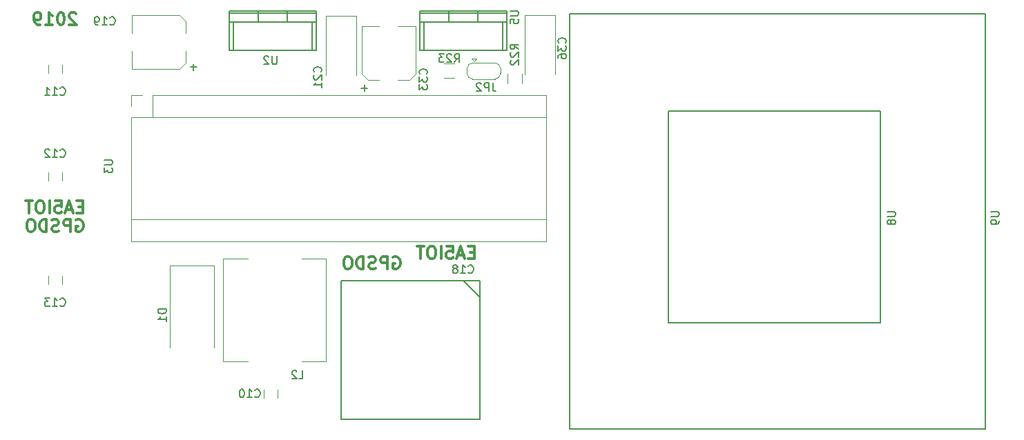
<source format=gbr>
G04 #@! TF.GenerationSoftware,KiCad,Pcbnew,(5.0.1)-4*
G04 #@! TF.CreationDate,2019-02-03T13:31:45+01:00*
G04 #@! TF.ProjectId,GPSDO-LCD-2,475053444F2D4C43442D322E6B696361,rev?*
G04 #@! TF.SameCoordinates,Original*
G04 #@! TF.FileFunction,Legend,Bot*
G04 #@! TF.FilePolarity,Positive*
%FSLAX46Y46*%
G04 Gerber Fmt 4.6, Leading zero omitted, Abs format (unit mm)*
G04 Created by KiCad (PCBNEW (5.0.1)-4) date 03/02/2019 13:31:45*
%MOMM*%
%LPD*%
G01*
G04 APERTURE LIST*
%ADD10C,0.300000*%
%ADD11C,0.120000*%
%ADD12C,0.150000*%
G04 APERTURE END LIST*
D10*
X86645428Y-81363428D02*
X86574000Y-81292000D01*
X86431142Y-81220571D01*
X86074000Y-81220571D01*
X85931142Y-81292000D01*
X85859714Y-81363428D01*
X85788285Y-81506285D01*
X85788285Y-81649142D01*
X85859714Y-81863428D01*
X86716857Y-82720571D01*
X85788285Y-82720571D01*
X84859714Y-81220571D02*
X84716857Y-81220571D01*
X84574000Y-81292000D01*
X84502571Y-81363428D01*
X84431142Y-81506285D01*
X84359714Y-81792000D01*
X84359714Y-82149142D01*
X84431142Y-82434857D01*
X84502571Y-82577714D01*
X84574000Y-82649142D01*
X84716857Y-82720571D01*
X84859714Y-82720571D01*
X85002571Y-82649142D01*
X85074000Y-82577714D01*
X85145428Y-82434857D01*
X85216857Y-82149142D01*
X85216857Y-81792000D01*
X85145428Y-81506285D01*
X85074000Y-81363428D01*
X85002571Y-81292000D01*
X84859714Y-81220571D01*
X82931142Y-82720571D02*
X83788285Y-82720571D01*
X83359714Y-82720571D02*
X83359714Y-81220571D01*
X83502571Y-81434857D01*
X83645428Y-81577714D01*
X83788285Y-81649142D01*
X82216857Y-82720571D02*
X81931142Y-82720571D01*
X81788285Y-82649142D01*
X81716857Y-82577714D01*
X81574000Y-82363428D01*
X81502571Y-82077714D01*
X81502571Y-81506285D01*
X81574000Y-81363428D01*
X81645428Y-81292000D01*
X81788285Y-81220571D01*
X82074000Y-81220571D01*
X82216857Y-81292000D01*
X82288285Y-81363428D01*
X82359714Y-81506285D01*
X82359714Y-81863428D01*
X82288285Y-82006285D01*
X82216857Y-82077714D01*
X82074000Y-82149142D01*
X81788285Y-82149142D01*
X81645428Y-82077714D01*
X81574000Y-82006285D01*
X81502571Y-81863428D01*
X86681142Y-106692000D02*
X86824000Y-106620571D01*
X87038285Y-106620571D01*
X87252571Y-106692000D01*
X87395428Y-106834857D01*
X87466857Y-106977714D01*
X87538285Y-107263428D01*
X87538285Y-107477714D01*
X87466857Y-107763428D01*
X87395428Y-107906285D01*
X87252571Y-108049142D01*
X87038285Y-108120571D01*
X86895428Y-108120571D01*
X86681142Y-108049142D01*
X86609714Y-107977714D01*
X86609714Y-107477714D01*
X86895428Y-107477714D01*
X85966857Y-108120571D02*
X85966857Y-106620571D01*
X85395428Y-106620571D01*
X85252571Y-106692000D01*
X85181142Y-106763428D01*
X85109714Y-106906285D01*
X85109714Y-107120571D01*
X85181142Y-107263428D01*
X85252571Y-107334857D01*
X85395428Y-107406285D01*
X85966857Y-107406285D01*
X84538285Y-108049142D02*
X84324000Y-108120571D01*
X83966857Y-108120571D01*
X83824000Y-108049142D01*
X83752571Y-107977714D01*
X83681142Y-107834857D01*
X83681142Y-107692000D01*
X83752571Y-107549142D01*
X83824000Y-107477714D01*
X83966857Y-107406285D01*
X84252571Y-107334857D01*
X84395428Y-107263428D01*
X84466857Y-107192000D01*
X84538285Y-107049142D01*
X84538285Y-106906285D01*
X84466857Y-106763428D01*
X84395428Y-106692000D01*
X84252571Y-106620571D01*
X83895428Y-106620571D01*
X83681142Y-106692000D01*
X83038285Y-108120571D02*
X83038285Y-106620571D01*
X82681142Y-106620571D01*
X82466857Y-106692000D01*
X82324000Y-106834857D01*
X82252571Y-106977714D01*
X82181142Y-107263428D01*
X82181142Y-107477714D01*
X82252571Y-107763428D01*
X82324000Y-107906285D01*
X82466857Y-108049142D01*
X82681142Y-108120571D01*
X83038285Y-108120571D01*
X81252571Y-106620571D02*
X80966857Y-106620571D01*
X80824000Y-106692000D01*
X80681142Y-106834857D01*
X80609714Y-107120571D01*
X80609714Y-107620571D01*
X80681142Y-107906285D01*
X80824000Y-108049142D01*
X80966857Y-108120571D01*
X81252571Y-108120571D01*
X81395428Y-108049142D01*
X81538285Y-107906285D01*
X81609714Y-107620571D01*
X81609714Y-107120571D01*
X81538285Y-106834857D01*
X81395428Y-106692000D01*
X81252571Y-106620571D01*
X87466857Y-105048857D02*
X86966857Y-105048857D01*
X86752571Y-105834571D02*
X87466857Y-105834571D01*
X87466857Y-104334571D01*
X86752571Y-104334571D01*
X86181142Y-105406000D02*
X85466857Y-105406000D01*
X86324000Y-105834571D02*
X85824000Y-104334571D01*
X85324000Y-105834571D01*
X84109714Y-104334571D02*
X84824000Y-104334571D01*
X84895428Y-105048857D01*
X84824000Y-104977428D01*
X84681142Y-104906000D01*
X84324000Y-104906000D01*
X84181142Y-104977428D01*
X84109714Y-105048857D01*
X84038285Y-105191714D01*
X84038285Y-105548857D01*
X84109714Y-105691714D01*
X84181142Y-105763142D01*
X84324000Y-105834571D01*
X84681142Y-105834571D01*
X84824000Y-105763142D01*
X84895428Y-105691714D01*
X83395428Y-105834571D02*
X83395428Y-104334571D01*
X82395428Y-104334571D02*
X82109714Y-104334571D01*
X81966857Y-104406000D01*
X81824000Y-104548857D01*
X81752571Y-104834571D01*
X81752571Y-105334571D01*
X81824000Y-105620285D01*
X81966857Y-105763142D01*
X82109714Y-105834571D01*
X82395428Y-105834571D01*
X82538285Y-105763142D01*
X82681142Y-105620285D01*
X82752571Y-105334571D01*
X82752571Y-104834571D01*
X82681142Y-104548857D01*
X82538285Y-104406000D01*
X82395428Y-104334571D01*
X81324000Y-104334571D02*
X80466857Y-104334571D01*
X80895428Y-105834571D02*
X80895428Y-104334571D01*
X125543142Y-111264000D02*
X125686000Y-111192571D01*
X125900285Y-111192571D01*
X126114571Y-111264000D01*
X126257428Y-111406857D01*
X126328857Y-111549714D01*
X126400285Y-111835428D01*
X126400285Y-112049714D01*
X126328857Y-112335428D01*
X126257428Y-112478285D01*
X126114571Y-112621142D01*
X125900285Y-112692571D01*
X125757428Y-112692571D01*
X125543142Y-112621142D01*
X125471714Y-112549714D01*
X125471714Y-112049714D01*
X125757428Y-112049714D01*
X124828857Y-112692571D02*
X124828857Y-111192571D01*
X124257428Y-111192571D01*
X124114571Y-111264000D01*
X124043142Y-111335428D01*
X123971714Y-111478285D01*
X123971714Y-111692571D01*
X124043142Y-111835428D01*
X124114571Y-111906857D01*
X124257428Y-111978285D01*
X124828857Y-111978285D01*
X123400285Y-112621142D02*
X123186000Y-112692571D01*
X122828857Y-112692571D01*
X122686000Y-112621142D01*
X122614571Y-112549714D01*
X122543142Y-112406857D01*
X122543142Y-112264000D01*
X122614571Y-112121142D01*
X122686000Y-112049714D01*
X122828857Y-111978285D01*
X123114571Y-111906857D01*
X123257428Y-111835428D01*
X123328857Y-111764000D01*
X123400285Y-111621142D01*
X123400285Y-111478285D01*
X123328857Y-111335428D01*
X123257428Y-111264000D01*
X123114571Y-111192571D01*
X122757428Y-111192571D01*
X122543142Y-111264000D01*
X121900285Y-112692571D02*
X121900285Y-111192571D01*
X121543142Y-111192571D01*
X121328857Y-111264000D01*
X121186000Y-111406857D01*
X121114571Y-111549714D01*
X121043142Y-111835428D01*
X121043142Y-112049714D01*
X121114571Y-112335428D01*
X121186000Y-112478285D01*
X121328857Y-112621142D01*
X121543142Y-112692571D01*
X121900285Y-112692571D01*
X120114571Y-111192571D02*
X119828857Y-111192571D01*
X119686000Y-111264000D01*
X119543142Y-111406857D01*
X119471714Y-111692571D01*
X119471714Y-112192571D01*
X119543142Y-112478285D01*
X119686000Y-112621142D01*
X119828857Y-112692571D01*
X120114571Y-112692571D01*
X120257428Y-112621142D01*
X120400285Y-112478285D01*
X120471714Y-112192571D01*
X120471714Y-111692571D01*
X120400285Y-111406857D01*
X120257428Y-111264000D01*
X120114571Y-111192571D01*
X135472857Y-110636857D02*
X134972857Y-110636857D01*
X134758571Y-111422571D02*
X135472857Y-111422571D01*
X135472857Y-109922571D01*
X134758571Y-109922571D01*
X134187142Y-110994000D02*
X133472857Y-110994000D01*
X134330000Y-111422571D02*
X133830000Y-109922571D01*
X133330000Y-111422571D01*
X132115714Y-109922571D02*
X132830000Y-109922571D01*
X132901428Y-110636857D01*
X132830000Y-110565428D01*
X132687142Y-110494000D01*
X132330000Y-110494000D01*
X132187142Y-110565428D01*
X132115714Y-110636857D01*
X132044285Y-110779714D01*
X132044285Y-111136857D01*
X132115714Y-111279714D01*
X132187142Y-111351142D01*
X132330000Y-111422571D01*
X132687142Y-111422571D01*
X132830000Y-111351142D01*
X132901428Y-111279714D01*
X131401428Y-111422571D02*
X131401428Y-109922571D01*
X130401428Y-109922571D02*
X130115714Y-109922571D01*
X129972857Y-109994000D01*
X129830000Y-110136857D01*
X129758571Y-110422571D01*
X129758571Y-110922571D01*
X129830000Y-111208285D01*
X129972857Y-111351142D01*
X130115714Y-111422571D01*
X130401428Y-111422571D01*
X130544285Y-111351142D01*
X130687142Y-111208285D01*
X130758571Y-110922571D01*
X130758571Y-110422571D01*
X130687142Y-110136857D01*
X130544285Y-109994000D01*
X130401428Y-109922571D01*
X129330000Y-109922571D02*
X128472857Y-109922571D01*
X128901428Y-111422571D02*
X128901428Y-109922571D01*
D11*
G04 #@! TO.C,JP2*
X134602000Y-88692000D02*
G75*
G03X135302000Y-89392000I700000J0D01*
G01*
X135302000Y-87392000D02*
G75*
G03X134602000Y-88092000I0J-700000D01*
G01*
X138702000Y-88092000D02*
G75*
G03X138002000Y-87392000I-700000J0D01*
G01*
X138002000Y-89392000D02*
G75*
G03X138702000Y-88692000I0J700000D01*
G01*
X135252000Y-89392000D02*
X138052000Y-89392000D01*
X138702000Y-88692000D02*
X138702000Y-88092000D01*
X138052000Y-87392000D02*
X135252000Y-87392000D01*
X134602000Y-88092000D02*
X134602000Y-88692000D01*
X135452000Y-87192000D02*
X135152000Y-86892000D01*
X135152000Y-86892000D02*
X135752000Y-86892000D01*
X135452000Y-87192000D02*
X135752000Y-86892000D01*
G04 #@! TO.C,U3*
X93412000Y-91380000D02*
X94742000Y-91380000D01*
X93412000Y-92710000D02*
X93412000Y-91380000D01*
X96012000Y-91380000D02*
X96012000Y-94040000D01*
X144332000Y-106620000D02*
X93412000Y-106620000D01*
X93412000Y-94040000D02*
X144332000Y-94040000D01*
X144332000Y-91380000D02*
X96012000Y-91380000D01*
X93412000Y-109280000D02*
X144332000Y-109280000D01*
X144332000Y-109280000D02*
X144332000Y-91380000D01*
X93412000Y-94040000D02*
X93412000Y-109280000D01*
G04 #@! TO.C,C10*
X109640000Y-128516000D02*
X109640000Y-127516000D01*
X111340000Y-127516000D02*
X111340000Y-128516000D01*
G04 #@! TO.C,C11*
X84924000Y-87638000D02*
X84924000Y-88638000D01*
X83224000Y-88638000D02*
X83224000Y-87638000D01*
G04 #@! TO.C,C12*
X84924000Y-100846000D02*
X84924000Y-101846000D01*
X83224000Y-101846000D02*
X83224000Y-100846000D01*
G04 #@! TO.C,C13*
X83224000Y-114562000D02*
X83224000Y-113562000D01*
X84924000Y-113562000D02*
X84924000Y-114562000D01*
D12*
G04 #@! TO.C,C18*
X136144000Y-114182000D02*
X119144000Y-114182000D01*
X136144000Y-131182000D02*
X119144000Y-131182000D01*
X136144000Y-131182000D02*
X136144000Y-114182000D01*
X119144000Y-114182000D02*
X119144000Y-131182000D01*
X136144000Y-116182000D02*
X134144000Y-114182000D01*
D11*
G04 #@! TO.C,C19*
X99314000Y-81536000D02*
X93474000Y-81536000D01*
X100074000Y-82296000D02*
X99314000Y-81536000D01*
X99314000Y-88136000D02*
X100074000Y-87376000D01*
X93474000Y-88136000D02*
X99314000Y-88136000D01*
X100074000Y-82296000D02*
X100074000Y-83716000D01*
X100074000Y-87376000D02*
X100074000Y-85956000D01*
X93474000Y-81536000D02*
X93474000Y-83716000D01*
X93474000Y-88136000D02*
X93474000Y-85956000D01*
G04 #@! TO.C,C21*
X117276000Y-81637000D02*
X120976000Y-81637000D01*
X120976000Y-81637000D02*
X120976000Y-88937000D01*
X117276000Y-81637000D02*
X117276000Y-88937000D01*
G04 #@! TO.C,C33*
X121668000Y-82900000D02*
X123848000Y-82900000D01*
X128268000Y-82900000D02*
X126088000Y-82900000D01*
X122428000Y-89500000D02*
X123848000Y-89500000D01*
X127508000Y-89500000D02*
X126088000Y-89500000D01*
X121668000Y-82900000D02*
X121668000Y-88740000D01*
X121668000Y-88740000D02*
X122428000Y-89500000D01*
X127508000Y-89500000D02*
X128268000Y-88740000D01*
X128268000Y-88740000D02*
X128268000Y-82900000D01*
G04 #@! TO.C,C36*
X141660000Y-81552000D02*
X141660000Y-88852000D01*
X145360000Y-81552000D02*
X145360000Y-88852000D01*
X141660000Y-81552000D02*
X145360000Y-81552000D01*
G04 #@! TO.C,D1*
X98138000Y-112264000D02*
X98138000Y-122364000D01*
X103538000Y-112264000D02*
X103538000Y-122364000D01*
X103538000Y-112264000D02*
X98138000Y-112264000D01*
G04 #@! TO.C,L2*
X117298000Y-111432000D02*
X114298000Y-111432000D01*
X117298000Y-124032000D02*
X117298000Y-111432000D01*
X114298000Y-124032000D02*
X117298000Y-124032000D01*
X104698000Y-124032000D02*
X107698000Y-124032000D01*
X104698000Y-111432000D02*
X104698000Y-124032000D01*
X107698000Y-111432000D02*
X104698000Y-111432000D01*
G04 #@! TO.C,R22*
X141342000Y-89942000D02*
X141342000Y-88742000D01*
X139582000Y-88742000D02*
X139582000Y-89942000D01*
G04 #@! TO.C,R23*
X131800000Y-89272000D02*
X133000000Y-89272000D01*
X133000000Y-87512000D02*
X131800000Y-87512000D01*
D12*
G04 #@! TO.C,U2*
X105918000Y-82423000D02*
X105918000Y-85852000D01*
X115570000Y-82423000D02*
X115570000Y-85852000D01*
X105410000Y-81280000D02*
X116078000Y-81280000D01*
X108966000Y-82296000D02*
X108966000Y-81026000D01*
X112522000Y-82296000D02*
X112522000Y-81026000D01*
X116078000Y-82423000D02*
X105410000Y-82423000D01*
X105410000Y-85852000D02*
X116078000Y-85852000D01*
X116078000Y-81026000D02*
X116078000Y-85852000D01*
X105410000Y-81026000D02*
X105410000Y-85852000D01*
X105410000Y-81026000D02*
X116078000Y-81026000D01*
G04 #@! TO.C,U5*
X128778000Y-81026000D02*
X139446000Y-81026000D01*
X128778000Y-81026000D02*
X128778000Y-85852000D01*
X139446000Y-81026000D02*
X139446000Y-85852000D01*
X128778000Y-85852000D02*
X139446000Y-85852000D01*
X139446000Y-82423000D02*
X128778000Y-82423000D01*
X135890000Y-82296000D02*
X135890000Y-81026000D01*
X132334000Y-82296000D02*
X132334000Y-81026000D01*
X128778000Y-81280000D02*
X139446000Y-81280000D01*
X138938000Y-82423000D02*
X138938000Y-85852000D01*
X129286000Y-82423000D02*
X129286000Y-85852000D01*
G04 #@! TO.C,U8*
X185257345Y-119280778D02*
X185257345Y-93280778D01*
X185257345Y-93280778D02*
X159257345Y-93280778D01*
X159257345Y-93280778D02*
X159257345Y-119280778D01*
X159257345Y-119280778D02*
X185257345Y-119280778D01*
G04 #@! TO.C,U9*
X198160344Y-132336779D02*
X147160344Y-132336779D01*
X147160344Y-132336779D02*
X147160344Y-81336779D01*
X198160344Y-81336779D02*
X147160344Y-81336779D01*
X198160344Y-81336779D02*
X198160344Y-132336779D01*
G04 #@! TO.C,JP2*
X137739333Y-89876380D02*
X137739333Y-90590666D01*
X137786952Y-90733523D01*
X137882190Y-90828761D01*
X138025047Y-90876380D01*
X138120285Y-90876380D01*
X137263142Y-90876380D02*
X137263142Y-89876380D01*
X136882190Y-89876380D01*
X136786952Y-89924000D01*
X136739333Y-89971619D01*
X136691714Y-90066857D01*
X136691714Y-90209714D01*
X136739333Y-90304952D01*
X136786952Y-90352571D01*
X136882190Y-90400190D01*
X137263142Y-90400190D01*
X136310761Y-89971619D02*
X136263142Y-89924000D01*
X136167904Y-89876380D01*
X135929809Y-89876380D01*
X135834571Y-89924000D01*
X135786952Y-89971619D01*
X135739333Y-90066857D01*
X135739333Y-90162095D01*
X135786952Y-90304952D01*
X136358380Y-90876380D01*
X135739333Y-90876380D01*
G04 #@! TO.C,U3*
X90130380Y-99314095D02*
X90939904Y-99314095D01*
X91035142Y-99361714D01*
X91082761Y-99409333D01*
X91130380Y-99504571D01*
X91130380Y-99695047D01*
X91082761Y-99790285D01*
X91035142Y-99837904D01*
X90939904Y-99885523D01*
X90130380Y-99885523D01*
X90130380Y-100266476D02*
X90130380Y-100885523D01*
X90511333Y-100552190D01*
X90511333Y-100695047D01*
X90558952Y-100790285D01*
X90606571Y-100837904D01*
X90701809Y-100885523D01*
X90939904Y-100885523D01*
X91035142Y-100837904D01*
X91082761Y-100790285D01*
X91130380Y-100695047D01*
X91130380Y-100409333D01*
X91082761Y-100314095D01*
X91035142Y-100266476D01*
G04 #@! TO.C,C10*
X108592857Y-128373142D02*
X108640476Y-128420761D01*
X108783333Y-128468380D01*
X108878571Y-128468380D01*
X109021428Y-128420761D01*
X109116666Y-128325523D01*
X109164285Y-128230285D01*
X109211904Y-128039809D01*
X109211904Y-127896952D01*
X109164285Y-127706476D01*
X109116666Y-127611238D01*
X109021428Y-127516000D01*
X108878571Y-127468380D01*
X108783333Y-127468380D01*
X108640476Y-127516000D01*
X108592857Y-127563619D01*
X107640476Y-128468380D02*
X108211904Y-128468380D01*
X107926190Y-128468380D02*
X107926190Y-127468380D01*
X108021428Y-127611238D01*
X108116666Y-127706476D01*
X108211904Y-127754095D01*
X107021428Y-127468380D02*
X106926190Y-127468380D01*
X106830952Y-127516000D01*
X106783333Y-127563619D01*
X106735714Y-127658857D01*
X106688095Y-127849333D01*
X106688095Y-128087428D01*
X106735714Y-128277904D01*
X106783333Y-128373142D01*
X106830952Y-128420761D01*
X106926190Y-128468380D01*
X107021428Y-128468380D01*
X107116666Y-128420761D01*
X107164285Y-128373142D01*
X107211904Y-128277904D01*
X107259523Y-128087428D01*
X107259523Y-127849333D01*
X107211904Y-127658857D01*
X107164285Y-127563619D01*
X107116666Y-127516000D01*
X107021428Y-127468380D01*
G04 #@! TO.C,C11*
X84716857Y-91289142D02*
X84764476Y-91336761D01*
X84907333Y-91384380D01*
X85002571Y-91384380D01*
X85145428Y-91336761D01*
X85240666Y-91241523D01*
X85288285Y-91146285D01*
X85335904Y-90955809D01*
X85335904Y-90812952D01*
X85288285Y-90622476D01*
X85240666Y-90527238D01*
X85145428Y-90432000D01*
X85002571Y-90384380D01*
X84907333Y-90384380D01*
X84764476Y-90432000D01*
X84716857Y-90479619D01*
X83764476Y-91384380D02*
X84335904Y-91384380D01*
X84050190Y-91384380D02*
X84050190Y-90384380D01*
X84145428Y-90527238D01*
X84240666Y-90622476D01*
X84335904Y-90670095D01*
X82812095Y-91384380D02*
X83383523Y-91384380D01*
X83097809Y-91384380D02*
X83097809Y-90384380D01*
X83193047Y-90527238D01*
X83288285Y-90622476D01*
X83383523Y-90670095D01*
G04 #@! TO.C,C12*
X84716857Y-98909142D02*
X84764476Y-98956761D01*
X84907333Y-99004380D01*
X85002571Y-99004380D01*
X85145428Y-98956761D01*
X85240666Y-98861523D01*
X85288285Y-98766285D01*
X85335904Y-98575809D01*
X85335904Y-98432952D01*
X85288285Y-98242476D01*
X85240666Y-98147238D01*
X85145428Y-98052000D01*
X85002571Y-98004380D01*
X84907333Y-98004380D01*
X84764476Y-98052000D01*
X84716857Y-98099619D01*
X83764476Y-99004380D02*
X84335904Y-99004380D01*
X84050190Y-99004380D02*
X84050190Y-98004380D01*
X84145428Y-98147238D01*
X84240666Y-98242476D01*
X84335904Y-98290095D01*
X83383523Y-98099619D02*
X83335904Y-98052000D01*
X83240666Y-98004380D01*
X83002571Y-98004380D01*
X82907333Y-98052000D01*
X82859714Y-98099619D01*
X82812095Y-98194857D01*
X82812095Y-98290095D01*
X82859714Y-98432952D01*
X83431142Y-99004380D01*
X82812095Y-99004380D01*
G04 #@! TO.C,C13*
X84716857Y-117197142D02*
X84764476Y-117244761D01*
X84907333Y-117292380D01*
X85002571Y-117292380D01*
X85145428Y-117244761D01*
X85240666Y-117149523D01*
X85288285Y-117054285D01*
X85335904Y-116863809D01*
X85335904Y-116720952D01*
X85288285Y-116530476D01*
X85240666Y-116435238D01*
X85145428Y-116340000D01*
X85002571Y-116292380D01*
X84907333Y-116292380D01*
X84764476Y-116340000D01*
X84716857Y-116387619D01*
X83764476Y-117292380D02*
X84335904Y-117292380D01*
X84050190Y-117292380D02*
X84050190Y-116292380D01*
X84145428Y-116435238D01*
X84240666Y-116530476D01*
X84335904Y-116578095D01*
X83431142Y-116292380D02*
X82812095Y-116292380D01*
X83145428Y-116673333D01*
X83002571Y-116673333D01*
X82907333Y-116720952D01*
X82859714Y-116768571D01*
X82812095Y-116863809D01*
X82812095Y-117101904D01*
X82859714Y-117197142D01*
X82907333Y-117244761D01*
X83002571Y-117292380D01*
X83288285Y-117292380D01*
X83383523Y-117244761D01*
X83431142Y-117197142D01*
G04 #@! TO.C,C18*
X134754857Y-113133142D02*
X134802476Y-113180761D01*
X134945333Y-113228380D01*
X135040571Y-113228380D01*
X135183428Y-113180761D01*
X135278666Y-113085523D01*
X135326285Y-112990285D01*
X135373904Y-112799809D01*
X135373904Y-112656952D01*
X135326285Y-112466476D01*
X135278666Y-112371238D01*
X135183428Y-112276000D01*
X135040571Y-112228380D01*
X134945333Y-112228380D01*
X134802476Y-112276000D01*
X134754857Y-112323619D01*
X133802476Y-113228380D02*
X134373904Y-113228380D01*
X134088190Y-113228380D02*
X134088190Y-112228380D01*
X134183428Y-112371238D01*
X134278666Y-112466476D01*
X134373904Y-112514095D01*
X133231047Y-112656952D02*
X133326285Y-112609333D01*
X133373904Y-112561714D01*
X133421523Y-112466476D01*
X133421523Y-112418857D01*
X133373904Y-112323619D01*
X133326285Y-112276000D01*
X133231047Y-112228380D01*
X133040571Y-112228380D01*
X132945333Y-112276000D01*
X132897714Y-112323619D01*
X132850095Y-112418857D01*
X132850095Y-112466476D01*
X132897714Y-112561714D01*
X132945333Y-112609333D01*
X133040571Y-112656952D01*
X133231047Y-112656952D01*
X133326285Y-112704571D01*
X133373904Y-112752190D01*
X133421523Y-112847428D01*
X133421523Y-113037904D01*
X133373904Y-113133142D01*
X133326285Y-113180761D01*
X133231047Y-113228380D01*
X133040571Y-113228380D01*
X132945333Y-113180761D01*
X132897714Y-113133142D01*
X132850095Y-113037904D01*
X132850095Y-112847428D01*
X132897714Y-112752190D01*
X132945333Y-112704571D01*
X133040571Y-112656952D01*
G04 #@! TO.C,C19*
X90812857Y-82653142D02*
X90860476Y-82700761D01*
X91003333Y-82748380D01*
X91098571Y-82748380D01*
X91241428Y-82700761D01*
X91336666Y-82605523D01*
X91384285Y-82510285D01*
X91431904Y-82319809D01*
X91431904Y-82176952D01*
X91384285Y-81986476D01*
X91336666Y-81891238D01*
X91241428Y-81796000D01*
X91098571Y-81748380D01*
X91003333Y-81748380D01*
X90860476Y-81796000D01*
X90812857Y-81843619D01*
X89860476Y-82748380D02*
X90431904Y-82748380D01*
X90146190Y-82748380D02*
X90146190Y-81748380D01*
X90241428Y-81891238D01*
X90336666Y-81986476D01*
X90431904Y-82034095D01*
X89384285Y-82748380D02*
X89193809Y-82748380D01*
X89098571Y-82700761D01*
X89050952Y-82653142D01*
X88955714Y-82510285D01*
X88908095Y-82319809D01*
X88908095Y-81938857D01*
X88955714Y-81843619D01*
X89003333Y-81796000D01*
X89098571Y-81748380D01*
X89289047Y-81748380D01*
X89384285Y-81796000D01*
X89431904Y-81843619D01*
X89479523Y-81938857D01*
X89479523Y-82176952D01*
X89431904Y-82272190D01*
X89384285Y-82319809D01*
X89289047Y-82367428D01*
X89098571Y-82367428D01*
X89003333Y-82319809D01*
X88955714Y-82272190D01*
X88908095Y-82176952D01*
X101434952Y-87917428D02*
X100673047Y-87917428D01*
X101054000Y-88298380D02*
X101054000Y-87536476D01*
G04 #@! TO.C,C21*
X116689142Y-88511142D02*
X116736761Y-88463523D01*
X116784380Y-88320666D01*
X116784380Y-88225428D01*
X116736761Y-88082571D01*
X116641523Y-87987333D01*
X116546285Y-87939714D01*
X116355809Y-87892095D01*
X116212952Y-87892095D01*
X116022476Y-87939714D01*
X115927238Y-87987333D01*
X115832000Y-88082571D01*
X115784380Y-88225428D01*
X115784380Y-88320666D01*
X115832000Y-88463523D01*
X115879619Y-88511142D01*
X115879619Y-88892095D02*
X115832000Y-88939714D01*
X115784380Y-89034952D01*
X115784380Y-89273047D01*
X115832000Y-89368285D01*
X115879619Y-89415904D01*
X115974857Y-89463523D01*
X116070095Y-89463523D01*
X116212952Y-89415904D01*
X116784380Y-88844476D01*
X116784380Y-89463523D01*
X116784380Y-90415904D02*
X116784380Y-89844476D01*
X116784380Y-90130190D02*
X115784380Y-90130190D01*
X115927238Y-90034952D01*
X116022476Y-89939714D01*
X116070095Y-89844476D01*
G04 #@! TO.C,C33*
X129643142Y-88765142D02*
X129690761Y-88717523D01*
X129738380Y-88574666D01*
X129738380Y-88479428D01*
X129690761Y-88336571D01*
X129595523Y-88241333D01*
X129500285Y-88193714D01*
X129309809Y-88146095D01*
X129166952Y-88146095D01*
X128976476Y-88193714D01*
X128881238Y-88241333D01*
X128786000Y-88336571D01*
X128738380Y-88479428D01*
X128738380Y-88574666D01*
X128786000Y-88717523D01*
X128833619Y-88765142D01*
X128738380Y-89098476D02*
X128738380Y-89717523D01*
X129119333Y-89384190D01*
X129119333Y-89527047D01*
X129166952Y-89622285D01*
X129214571Y-89669904D01*
X129309809Y-89717523D01*
X129547904Y-89717523D01*
X129643142Y-89669904D01*
X129690761Y-89622285D01*
X129738380Y-89527047D01*
X129738380Y-89241333D01*
X129690761Y-89146095D01*
X129643142Y-89098476D01*
X128738380Y-90050857D02*
X128738380Y-90669904D01*
X129119333Y-90336571D01*
X129119333Y-90479428D01*
X129166952Y-90574666D01*
X129214571Y-90622285D01*
X129309809Y-90669904D01*
X129547904Y-90669904D01*
X129643142Y-90622285D01*
X129690761Y-90574666D01*
X129738380Y-90479428D01*
X129738380Y-90193714D01*
X129690761Y-90098476D01*
X129643142Y-90050857D01*
X122029428Y-90099047D02*
X122029428Y-90860952D01*
X122410380Y-90480000D02*
X121648476Y-90480000D01*
G04 #@! TO.C,C36*
X146661142Y-84955142D02*
X146708761Y-84907523D01*
X146756380Y-84764666D01*
X146756380Y-84669428D01*
X146708761Y-84526571D01*
X146613523Y-84431333D01*
X146518285Y-84383714D01*
X146327809Y-84336095D01*
X146184952Y-84336095D01*
X145994476Y-84383714D01*
X145899238Y-84431333D01*
X145804000Y-84526571D01*
X145756380Y-84669428D01*
X145756380Y-84764666D01*
X145804000Y-84907523D01*
X145851619Y-84955142D01*
X145756380Y-85288476D02*
X145756380Y-85907523D01*
X146137333Y-85574190D01*
X146137333Y-85717047D01*
X146184952Y-85812285D01*
X146232571Y-85859904D01*
X146327809Y-85907523D01*
X146565904Y-85907523D01*
X146661142Y-85859904D01*
X146708761Y-85812285D01*
X146756380Y-85717047D01*
X146756380Y-85431333D01*
X146708761Y-85336095D01*
X146661142Y-85288476D01*
X145756380Y-86764666D02*
X145756380Y-86574190D01*
X145804000Y-86478952D01*
X145851619Y-86431333D01*
X145994476Y-86336095D01*
X146184952Y-86288476D01*
X146565904Y-86288476D01*
X146661142Y-86336095D01*
X146708761Y-86383714D01*
X146756380Y-86478952D01*
X146756380Y-86669428D01*
X146708761Y-86764666D01*
X146661142Y-86812285D01*
X146565904Y-86859904D01*
X146327809Y-86859904D01*
X146232571Y-86812285D01*
X146184952Y-86764666D01*
X146137333Y-86669428D01*
X146137333Y-86478952D01*
X146184952Y-86383714D01*
X146232571Y-86336095D01*
X146327809Y-86288476D01*
G04 #@! TO.C,D1*
X97690380Y-117625904D02*
X96690380Y-117625904D01*
X96690380Y-117864000D01*
X96738000Y-118006857D01*
X96833238Y-118102095D01*
X96928476Y-118149714D01*
X97118952Y-118197333D01*
X97261809Y-118197333D01*
X97452285Y-118149714D01*
X97547523Y-118102095D01*
X97642761Y-118006857D01*
X97690380Y-117864000D01*
X97690380Y-117625904D01*
X97690380Y-119149714D02*
X97690380Y-118578285D01*
X97690380Y-118864000D02*
X96690380Y-118864000D01*
X96833238Y-118768761D01*
X96928476Y-118673523D01*
X96976095Y-118578285D01*
G04 #@! TO.C,L2*
X113958666Y-126182380D02*
X114434857Y-126182380D01*
X114434857Y-125182380D01*
X113672952Y-125277619D02*
X113625333Y-125230000D01*
X113530095Y-125182380D01*
X113292000Y-125182380D01*
X113196761Y-125230000D01*
X113149142Y-125277619D01*
X113101523Y-125372857D01*
X113101523Y-125468095D01*
X113149142Y-125610952D01*
X113720571Y-126182380D01*
X113101523Y-126182380D01*
G04 #@! TO.C,R22*
X140914380Y-85717142D02*
X140438190Y-85383809D01*
X140914380Y-85145714D02*
X139914380Y-85145714D01*
X139914380Y-85526666D01*
X139962000Y-85621904D01*
X140009619Y-85669523D01*
X140104857Y-85717142D01*
X140247714Y-85717142D01*
X140342952Y-85669523D01*
X140390571Y-85621904D01*
X140438190Y-85526666D01*
X140438190Y-85145714D01*
X140009619Y-86098095D02*
X139962000Y-86145714D01*
X139914380Y-86240952D01*
X139914380Y-86479047D01*
X139962000Y-86574285D01*
X140009619Y-86621904D01*
X140104857Y-86669523D01*
X140200095Y-86669523D01*
X140342952Y-86621904D01*
X140914380Y-86050476D01*
X140914380Y-86669523D01*
X140009619Y-87050476D02*
X139962000Y-87098095D01*
X139914380Y-87193333D01*
X139914380Y-87431428D01*
X139962000Y-87526666D01*
X140009619Y-87574285D01*
X140104857Y-87621904D01*
X140200095Y-87621904D01*
X140342952Y-87574285D01*
X140914380Y-87002857D01*
X140914380Y-87621904D01*
G04 #@! TO.C,R23*
X133042857Y-87320380D02*
X133376190Y-86844190D01*
X133614285Y-87320380D02*
X133614285Y-86320380D01*
X133233333Y-86320380D01*
X133138095Y-86368000D01*
X133090476Y-86415619D01*
X133042857Y-86510857D01*
X133042857Y-86653714D01*
X133090476Y-86748952D01*
X133138095Y-86796571D01*
X133233333Y-86844190D01*
X133614285Y-86844190D01*
X132661904Y-86415619D02*
X132614285Y-86368000D01*
X132519047Y-86320380D01*
X132280952Y-86320380D01*
X132185714Y-86368000D01*
X132138095Y-86415619D01*
X132090476Y-86510857D01*
X132090476Y-86606095D01*
X132138095Y-86748952D01*
X132709523Y-87320380D01*
X132090476Y-87320380D01*
X131757142Y-86320380D02*
X131138095Y-86320380D01*
X131471428Y-86701333D01*
X131328571Y-86701333D01*
X131233333Y-86748952D01*
X131185714Y-86796571D01*
X131138095Y-86891809D01*
X131138095Y-87129904D01*
X131185714Y-87225142D01*
X131233333Y-87272761D01*
X131328571Y-87320380D01*
X131614285Y-87320380D01*
X131709523Y-87272761D01*
X131757142Y-87225142D01*
G04 #@! TO.C,U2*
X111251904Y-86574380D02*
X111251904Y-87383904D01*
X111204285Y-87479142D01*
X111156666Y-87526761D01*
X111061428Y-87574380D01*
X110870952Y-87574380D01*
X110775714Y-87526761D01*
X110728095Y-87479142D01*
X110680476Y-87383904D01*
X110680476Y-86574380D01*
X110251904Y-86669619D02*
X110204285Y-86622000D01*
X110109047Y-86574380D01*
X109870952Y-86574380D01*
X109775714Y-86622000D01*
X109728095Y-86669619D01*
X109680476Y-86764857D01*
X109680476Y-86860095D01*
X109728095Y-87002952D01*
X110299523Y-87574380D01*
X109680476Y-87574380D01*
G04 #@! TO.C,U5*
X139914380Y-81026095D02*
X140723904Y-81026095D01*
X140819142Y-81073714D01*
X140866761Y-81121333D01*
X140914380Y-81216571D01*
X140914380Y-81407047D01*
X140866761Y-81502285D01*
X140819142Y-81549904D01*
X140723904Y-81597523D01*
X139914380Y-81597523D01*
X139914380Y-82549904D02*
X139914380Y-82073714D01*
X140390571Y-82026095D01*
X140342952Y-82073714D01*
X140295333Y-82168952D01*
X140295333Y-82407047D01*
X140342952Y-82502285D01*
X140390571Y-82549904D01*
X140485809Y-82597523D01*
X140723904Y-82597523D01*
X140819142Y-82549904D01*
X140866761Y-82502285D01*
X140914380Y-82407047D01*
X140914380Y-82168952D01*
X140866761Y-82073714D01*
X140819142Y-82026095D01*
G04 #@! TO.C,U8*
X186142380Y-105664095D02*
X186951904Y-105664095D01*
X187047142Y-105711714D01*
X187094761Y-105759333D01*
X187142380Y-105854571D01*
X187142380Y-106045047D01*
X187094761Y-106140285D01*
X187047142Y-106187904D01*
X186951904Y-106235523D01*
X186142380Y-106235523D01*
X186570952Y-106854571D02*
X186523333Y-106759333D01*
X186475714Y-106711714D01*
X186380476Y-106664095D01*
X186332857Y-106664095D01*
X186237619Y-106711714D01*
X186190000Y-106759333D01*
X186142380Y-106854571D01*
X186142380Y-107045047D01*
X186190000Y-107140285D01*
X186237619Y-107187904D01*
X186332857Y-107235523D01*
X186380476Y-107235523D01*
X186475714Y-107187904D01*
X186523333Y-107140285D01*
X186570952Y-107045047D01*
X186570952Y-106854571D01*
X186618571Y-106759333D01*
X186666190Y-106711714D01*
X186761428Y-106664095D01*
X186951904Y-106664095D01*
X187047142Y-106711714D01*
X187094761Y-106759333D01*
X187142380Y-106854571D01*
X187142380Y-107045047D01*
X187094761Y-107140285D01*
X187047142Y-107187904D01*
X186951904Y-107235523D01*
X186761428Y-107235523D01*
X186666190Y-107187904D01*
X186618571Y-107140285D01*
X186570952Y-107045047D01*
G04 #@! TO.C,U9*
X198842380Y-105664095D02*
X199651904Y-105664095D01*
X199747142Y-105711714D01*
X199794761Y-105759333D01*
X199842380Y-105854571D01*
X199842380Y-106045047D01*
X199794761Y-106140285D01*
X199747142Y-106187904D01*
X199651904Y-106235523D01*
X198842380Y-106235523D01*
X199842380Y-106759333D02*
X199842380Y-106949809D01*
X199794761Y-107045047D01*
X199747142Y-107092666D01*
X199604285Y-107187904D01*
X199413809Y-107235523D01*
X199032857Y-107235523D01*
X198937619Y-107187904D01*
X198890000Y-107140285D01*
X198842380Y-107045047D01*
X198842380Y-106854571D01*
X198890000Y-106759333D01*
X198937619Y-106711714D01*
X199032857Y-106664095D01*
X199270952Y-106664095D01*
X199366190Y-106711714D01*
X199413809Y-106759333D01*
X199461428Y-106854571D01*
X199461428Y-107045047D01*
X199413809Y-107140285D01*
X199366190Y-107187904D01*
X199270952Y-107235523D01*
G04 #@! TD*
M02*

</source>
